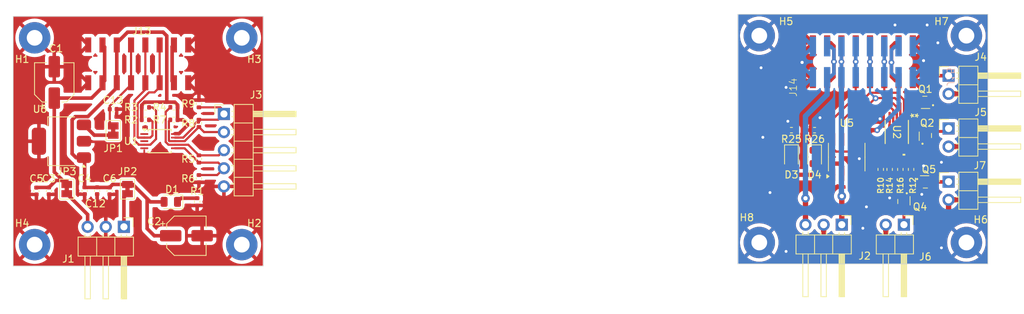
<source format=kicad_pcb>
(kicad_pcb (version 20240108) (generator "pcbnew") (generator_version "8.0")
  (layers (0 "F.Cu" signal) (31 "B.Cu" signal) (34 "B.Paste" user) (35 "F.Paste" user) (36 "B.SilkS" user "B.Silkscreen") (37 "F.SilkS" user "F.Silkscreen") (38 "B.Mask" user) (39 "F.Mask" user) (44 "Edge.Cuts" user))
  (net 0 "")
  (net 1 "GND")
  (net 2 "SDA")
  (net 3 "SCL")
  (net 4 "Net-(J1-Pin_1)")
  (net 5 "Net-(J1-Pin_3)")
  (net 6 "IO3")
  (net 7 "Net-(D1-K)")
  (net 8 "DSDAM")
  (net 9 "DSCLP")
  (net 10 "DSCLM")
  (net 11 "DSDAP")
  (net 12 "Net-(JP1-A)")
  (net 14 "Net-(D3-K)")
  (net 15 "IO0")
  (net 16 "IO1")
  (net 17 "Net-(D4-K)")
  (net 18 "Fan_Versorgung")
  (net 19 "Net-(J5-Pin_1)")
  (net 20 "Net-(J6-Pin_1)")
  (net 21 "Net-(J7-Pin_1)")
  (net 22 "FAN_0_PWM")
  (net 23 "FAN_1_PWM")
  (net 24 "IO2")
  (net 25 "Net-(U2-TACH1)")
  (net 26 "Net-(U2-*ALERT)")
  (net 27 "Net-(U2-TACH2)")
  (net 28 "Net-(U2-CLK)")
  (net 29 "Net-(J4-Pin_1)")
  (net 30 "+12V")
  (net 31 "+5V")
  (net 32 "+3V3")
  (footprint "MountingHole:MountingHole_2.2mm_M2_Pad_TopBottom" (layer "F.Cu") (at 80.55 132.3)
    (property "Reference" "H2")
    (property "Value" "MountHole")
  )
  (footprint "Resistor_SMD:R_0402_1005Metric" (layer "F.Cu") (at 74.3 126.3 -90)
    (property "Reference" "R1")
    (property "Value" "1k")
  )
  (footprint "Resistor_SMD:R_0402_1005Metric" (layer "F.Cu") (at 74.55 120.29 -90)
    (property "Reference" "R5")
    (property "Value" "120")
  )
  (footprint "Resistor_SMD:R_0402_1005Metric" (layer "F.Cu") (at 74.55 115.29 90)
    (property "Reference" "R8")
    (property "Value" "120")
  )
  (footprint "Package_SO:SOIC-8_3.9x4.9mm_P1.27mm" (layer "F.Cu") (at 165.235 120.025 90)
    (property "Reference" "U5")
    (property "Value" "PCA9536D")
  )
  (footprint "Package_SO:TSSOP-10_3x3mm_P0.5mm" (layer "F.Cu") (at 69.05 117.79)
    (property "Reference" "U1")
    (property "Value" "PCA9615DP")
  )
  (footprint "Capacitor_SMD:CP_Elec_5x3" (layer "F.Cu") (at 72.8 131.05)
    (property "Reference" "C2")
    (property "Value" "0.1µF")
  )
  (footprint "Connector_PinHeader_2.54mm:PinHeader_1x02_P2.54mm_Horizontal" (layer "F.Cu") (at 173.25 129.5 -90)
    (property "Reference" "J6")
    (property "Value" "FAN2")
  )
  (footprint "CustomFotLibByJan:BF100-16-A-D-1-0640-L-C" (layer "F.Cu") (at 59.05 109.6 90)
    (property "Reference" "J13")
    (property "Value" "Steckverbinder_Male_1")
  )
  (footprint "Resistor_SMD:R_0402_1005Metric" (layer "F.Cu") (at 157.5 116.25 180)
    (property "Reference" "R25")
    (property "Value" "330")
  )
  (footprint "Jumper:SolderJumper-2_P1.3mm_Bridged_Pad1.0x1.5mm" (layer "F.Cu") (at 56.05 124.51 90)
    (property "Reference" "JP3")
    (property "Value" "MEASO")
  )
  (footprint "MountingHole:MountingHole_2.2mm_M2_Pad_TopBottom" (layer "F.Cu") (at 51.55 103.3)
    (property "Reference" "H1")
    (property "Value" "MountHole")
  )
  (footprint "LED_SMD:LED_0805_2012Metric" (layer "F.Cu") (at 157.5 120 -90)
    (property "Reference" "D3")
    (property "Value" "YELLOW")
  )
  (footprint "MountingHole:MountingHole_2.2mm_M2_Pad_TopBottom" (layer "F.Cu") (at 153 132)
    (property "Reference" "H8")
    (property "Value" "MountHole")
  )
  (footprint "Resistor_SMD:R_0402_1005Metric" (layer "F.Cu") (at 74.55 112.54 90)
    (property "Reference" "R9")
    (property "Value" "600")
  )
  (footprint "LED_SMD:LED_0805_2012Metric" (layer "F.Cu") (at 70.6125 126.3 180)
    (property "Reference" "D1")
    (property "Value" "GREEN")
  )
  (footprint "Resistor_SMD:R_0402_1005Metric" (layer "F.Cu") (at 172.75 121.75 -90)
    (property "Reference" "R16")
    (property "Value" "4k7")
  )
  (footprint "Package_TO_SOT_SMD:SOT-723" (layer "F.Cu") (at 176.175 112.35 180)
    (property "Reference" "Q1")
    (property "Value" "DTC143E")
  )
  (footprint "CustomFotLibByJan:BF100-16-A-D-1-0640-L-C" (layer "F.Cu") (at 160.5 109.3 90)
    (property "Reference" "J14")
    (property "Value" "Steckverbinder_Male_2")
  )
  (footprint "Package_TO_SOT_SMD:SOT-723" (layer "F.Cu") (at 176.25 123.5)
    (property "Reference" "Q5")
    (property "Value" "DTC143E")
  )
  (footprint "Resistor_SMD:R_0402_1005Metric" (layer "F.Cu") (at 71.05 114.8 180)
    (property "Reference" "R7")
    (property "Value" "600")
  )
  (footprint "LED_SMD:LED_0805_2012Metric" (layer "F.Cu") (at 160.74 120 -90)
    (property "Reference" "D4")
    (property "Value" "YELLOW")
  )
  (footprint "Resistor_SMD:R_0402_1005Metric" (layer "F.Cu") (at 171.25 121.75 -90)
    (property "Reference" "R14")
    (property "Value" "4k7")
  )
  (footprint "Capacitor_SMD:C_0402_1005Metric" (layer "F.Cu") (at 62.05 124.76 -90)
    (property "Reference" "C6")
    (property "Value" "0.1µF")
  )
  (footprint "Package_TO_SOT_SMD:SOT-223-3_TabPin2" (layer "F.Cu") (at 55.3 117.8 180)
    (property "Reference" "U6")
    (property "Value" "AP7361C-33E")
  )
  (footprint "Connector_PinHeader_2.54mm:PinHeader_1x03_P2.54mm_Horizontal" (layer "F.Cu") (at 164.55 129.5 -90)
    (property "Reference" "J2")
    (property "Value" "Fan_12/5V_Regelung")
  )
  (footprint "Capacitor_SMD:C_0402_1005Metric" (layer "F.Cu") (at 60.3 124.74 -90)
    (property "Reference" "C12")
    (property "Value" "4.7µF")
  )
  (footprint "Resistor_SMD:R_0402_1005Metric" (layer "F.Cu") (at 160.74 116.25 180)
    (property "Reference" "R26")
    (property "Value" "330")
  )
  (footprint "Connector_PinHeader_2.54mm:PinHeader_1x03_P2.54mm_Horizontal" (layer "F.Cu") (at 64.05 129.8 -90)
    (property "Reference" "J1")
    (property "Value" "Power")
  )
  (footprint "MountingHole:MountingHole_2.2mm_M2_Pad_TopBottom" (layer "F.Cu") (at 182 132)
    (property "Reference" "H6")
    (property "Value" "MountHole")
  )
  (footprint "Resistor_SMD:R_0402_1005Metric" (layer "F.Cu") (at 174.25 121.75 -90)
    (property "Reference" "R12")
    (property "Value" "10k")
  )
  (footprint "Jumper:SolderJumper-2_P1.3mm_Bridged_Pad1.0x1.5mm" (layer "F.Cu") (at 62.55 116.3 90)
    (property "Reference" "JP1")
    (property "Value" "MEASO")
  )
  (footprint "Connector_PinHeader_2.54mm:PinHeader_1x02_P2.54mm_Horizontal" (layer "F.Cu") (at 179.5 123.475)
    (property "Reference" "J7")
    (property "Value" "FAN4")
  )
  (footprint "Resistor_SMD:R_0402_1005Metric" (layer "F.Cu") (at 67.05 114.8)
    (property "Reference" "R2")
    (property "Value" "4k7")
  )
  (footprint "CustomFotLibByJan:MSOP10_MC_MCH" (layer "F.Cu") (at 172.25 116.5 -90)
    (property "Reference" "U2")
    (property "Value" "EMC2302-2-AIZL-TR")
  )
  (footprint "Connector_PinHeader_2.54mm:PinHeader_1x05_P2.54mm_Horizontal" (layer "F.Cu") (at 78.05 113.975)
    (property "Reference" "J3")
    (property "Value" "DATA")
  )
  (footprint "Capacitor_SMD:C_0402_1005Metric" (layer "F.Cu") (at 53.55 124.76 -90)
    (property "Reference" "C3")
    (property "Value" "0.22µF")
  )
  (footprint "MountingHole:MountingHole_2.2mm_M2_Pad_TopBottom" (layer "F.Cu") (at 51.55 132.3)
    (property "Reference" "H4")
    (property "Value" "MountHole")
  )
  (footprint "Connector_PinHeader_2.54mm:PinHeader_1x02_P2.54mm_Horizontal" (layer "F.Cu") (at 179.5 108.61)
    (property "Reference" "J4")
    (property "Value" "FAN0")
  )
  (footprint "MountingHole:MountingHole_2.2mm_M2_Pad_TopBottom" (layer "F.Cu") (at 182 103)
    (property "Reference" "H7")
    (property "Value" "MountHole")
  )
  (footprint "Resistor_SMD:R_0402_1005Metric" (layer "F.Cu") (at 74.55 123.05 -90)
    (property "Reference" "R6")
    (property "Value" "600")
  )
  (footprint "Capacitor_SMD:C_0402_1005Metric" (layer "F.Cu") (at 51.8 124.78 -90)
    (property "Reference" "C5")
    (property "Value" "0.1µF")
  )
  (footprint "Resistor_SMD:R_0402_1005Metric" (layer "F.Cu") (at 71.06 113.04 180)
    (property "Reference" "R4")
    (property "Value" "600")
  )
  (footprint "Package_TO_SOT_SMD:SOT-723" (layer "F.Cu") (at 173.25 126.25 -90)
    (property "Reference" "Q4")
    (property "Value" "DTC143E")
  )
  (footprint "MountingHole:MountingHole_2.2mm_M2_Pad_TopBottom" (layer "F.Cu") (at 80.55 103.3)
    (property "Reference" "H3")
    (property "Value" "MountHole")
  )
  (footprint "Resistor_SMD:R_0402_1005Metric" (layer "F.Cu") (at 67.06 113.05)
    (property "Reference" "R3")
    (property "Value" "4k7")
  )
  (footprint "Jumper:SolderJumper-2_P1.3mm_Bridged_Pad1.0x1.5mm" (layer "F.Cu") (at 64.55 124.51 90)
    (property "Reference" "JP2")
    (property "Value" "MEASO")
  )
  (footprint "Resistor_SMD:R_0402_1005Metric" (layer "F.Cu") (at 170 121.75 -90)
    (property "Reference" "R10")
    (property "Value" "4k7")
  )
  (footprint "MountingHole:MountingHole_2.2mm_M2_Pad_TopBottom" (layer "F.Cu") (at 153 103)
    (property "Reference" "H5")
    (property "Value" "MountHole")
  )
  (footprint "Capacitor_SMD:C_0402_1005Metric" (layer "F.Cu") (at 62.55 113.3)
    (property "Reference" "C13")
    (property "Value" "4.7µF")
  )
  (footprint "Package_TO_SOT_SMD:SOT-723" (layer "F.Cu") (at 176.25 117 90)
    (property "Reference" "Q2")
    (property "Value" "DTC143E")
  )
  (footprint "Capacitor_SMD:C_0402_1005Metric" (layer "F.Cu") (at 58.55 124.74 -90)
    (property "Reference" "C4")
    (property "Value" "0.22µF")
  )
  (footprint "Connector_PinHeader_2.54mm:PinHeader_1x02_P2.54mm_Horizontal" (layer "F.Cu") (at 179.5 116.01)
    (property "Reference" "J5")
    (property "Value" "FAN1")
  )
  (footprint "Capacitor_SMD:CP_Elec_5x3" (layer "F.Cu") (at 54.3 109.55 90)
    (property "Reference" "C1")
    (property "Value" "0.1µF")
  )
  (footprint "CustomFotLibByJan:BF030-16A-B1-0360-0277-0600-LB" (layer "B.Cu") (at 174.5 108.775 90)
    (property "Reference" "J15")
    (property "Value" "Steckverbinder_Female_2")
  )
  (gr_rect (start 150 100) (end 185 135) (stroke (width 0.1)) (fill none) (layer "Edge.Cuts"))
  (gr_rect (start 48.55 100.3) (end 83.55 135.3) (stroke (width 0.1)) (fill none) (layer "Edge.Cuts"))
  (segment (start 171.325 125.675) (end 171.25 125.75) (width 0.4) (layer "F.Cu") (net 1))
  (segment (start 160.5 109.3) (end 159.55 109.3) (width 0.5) (layer "F.Cu") (net 1))
  (segment (start 159.55 109.3) (end 159 108.75) (width 0.5) (layer "F.Cu") (net 1))
  (segment (start 175.675 125.175) (end 175.75 125.25) (width 0.4) (layer "F.Cu") (net 1))
  (segment (start 170 122.26) (end 171.25 122.26) (width 0.6) (layer "F.Cu") (net 1))
  (segment (start 161.5 114.5) (end 160.23 115.77) (width 0.6) (layer "F.Cu") (net 1))
  (segment (start 176.65 117.575) (end 176.65 120.6) (width 0.6) (layer "F.Cu") (net 1))
  (segment (start 176.65 120.6) (end 176 121.25) (width 0.6) (layer "F.Cu") (net 1))
  (segment (start 170.5 113) (end 171.321799 113) (width 0.3) (layer "F.Cu") (net 1))
  (segment (start 175.675 123.9) (end 175.675 125.175) (width 0.4) (layer "F.Cu") (net 1))
  (segment (start 157 115) (end 156.99 115.01) (width 0.6) (layer "F.Cu") (net 1))
  (segment (start 175.7 109.3) (end 176 109) (width 0.5) (layer "F.Cu") (net 1))
  (segment (start 176 104.5) (end 175.5 104) (width 0.5) (layer "F.Cu") (net 1))
  (segment (start 175.5 104) (end 174.5 104) (width 0.5) (layer "F.Cu") (net 1))
  (segment (start 169.898959 113.601041) (end 170.5 113) (width 0.3) (layer "F.Cu") (net 1))
  (segment (start 174.99 122.26) (end 176 121.25) (width 0.6) (layer "F.Cu") (net 1))
  (segment (start 160.23 115.77) (end 160.23 116.25) (width 0.6) (layer "F.Cu") (net 1))
  (segment (start 167.14 120.39) (end 167 120.25) (width 0.5) (layer "F.Cu") (net 1))
  (segment (start 172.85 125.675) (end 171.325 125.675) (width 0.4) (layer "F.Cu") (net 1))
  (segment (start 169.898959 114.648959) (end 169.898959 113.601041) (width 0.3) (layer "F.Cu") (net 1))
  (segment (start 175.45 109.3) (end 175.7 109.3) (width 0.5) (layer "F.Cu") (net 1))
  (segment (start 176 106.5) (end 176 104.5) (width 0.5) (layer "F.Cu") (net 1))
  (segment (start 171.25 122.26) (end 172.75 122.26) (width 0.6) (layer "F.Cu") (net 1))
  (segment (start 159 108.75) (end 159 106.75) (width 0.5) (layer "F.Cu") (net 1))
  (segment (start 174.25 122.26) (end 174.99 122.26) (width 0.6) (layer "F.Cu") (net 1))
  (segment (start 167.14 122.5) (end 167.14 120.39) (width 0.5) (layer "F.Cu") (net 1))
  (segment (start 159 104.5) (end 159.5 104) (width 0.5) (layer "F.Cu") (net 1))
  (segment (start 175.6 109.45) (end 175.45 109.3) (width 0.5) (layer "F.Cu") (net 1))
  (segment (start 171.750001 113.428202) (end 171.750001 114.4553) (width 0.3) (layer "F.Cu") (net 1))
  (segment (start 159.5 104) (end 160.5 104) (width 0.5) (layer "F.Cu") (net 1))
  (segment (start 176 109) (end 176 106.5) (width 0.5) (layer "F.Cu") (net 1))
  (segment (start 172.75 122.26) (end 174.25 122.26) (width 0.6) (layer "F.Cu") (net 1))
  (segment (start 171.321799 113) (end 171.750001 113.428202) (width 0.3) (layer "F.Cu") (net 1))
  (segment (start 174.5 109.3) (end 175.45 109.3) (width 0.5) (layer "F.Cu") (net 1))
  (segment (start 159 106.75) (end 159 104.5) (width 0.5) (layer "F.Cu") (net 1))
  (segment (start 156.99 115.01) (end 156.99 116.25) (width 0.6) (layer "F.Cu") (net 1))
  (segment (start 175.6 112.35) (end 175.6 109.45) (width 0.5) (layer "F.Cu") (net 1))
  (via (at 169.898959 114.648959) (size 0.8) (drill 0.4) (layers "F.Cu" "B.Cu") (net 1))
  (via (at 171.25 125.75) (size 0.8) (drill 0.4) (layers "F.Cu" "B.Cu") (net 1))
  (via (at 172 101.5) (size 0.8) (drill 0.4) (layers "F.Cu" "B.Cu") (net 1))
  (via (at 167.5 130) (size 0.8) (drill 0.4) (layers "F.Cu" "B.Cu") (net 1))
  (via (at 154.5 125) (size 0.8) (drill 0.4) (layers "F.Cu" "B.Cu") (net 1))
  (via (at 156.75 110.25) (size 0.8) (drill 0.4) (layers "F.Cu" "B.Cu") (net 1))
  (via (at 159 106.75) (size 0.8) (drill 0.4) (layers "F.Cu" "B.Cu") (net 1))
  (via (at 176 106.5) (size 0.8) (drill 0.4) (layers "F.Cu" "B.Cu") (net 1))
  (via (at 159 106.75) (size 0.8) (drill 0.4) (layers "F.Cu" "B.Cu") (net 1))
  (via (at 167 120.25) (size 0.8) (drill 0.4) (layers "F.Cu" "B.Cu") (net 1))
  (via (at 168 127) (size 0.8) (drill 0.4) (layers "F.Cu" "B.Cu") (net 1))
  (via (at 153.25 107.5) (size 0.8) (drill 0.4) (layers "F.Cu" "B.Cu") (net 1))
  (via (at 159 106.75) (size 0.8) (drill 0.4) (layers "F.Cu" "B.Cu") (net 1))
  (via (at 159 106.75) (size 0.8) (drill 0.4) (layers "F.Cu" "B.Cu") (net 1))
  (via (at 157 115) (size 0.8) (drill 0.4) (layers "F.Cu" "B.Cu") (net 1))
  (via (at 159 106.75) (size 0.8) (drill 0.4) (layers "F.Cu" "B.Cu") (net 1))
  (via (at 175.75 125.25) (size 0.8) (drill 0.4) (layers "F.Cu" "B.Cu") (net 1))
  (via (at 178.5 120.75) (size 0.8) (drill 0.4) (layers "F.Cu" "B.Cu") (net 1))
  (via (at 178.5 132.75) (size 0.8) (drill 0.4) (layers "F.Cu" "B.Cu") (net 1))
  (via (at 178 104) (size 0.8) (drill 0.4) (layers "F.Cu" "B.Cu") (net 1))
  (via (at 176 121.25) (size 0.8) (drill 0.4) (layers "F.Cu" "B.Cu") (net 1))
  (via (at 153.5 117.25) (size 0.8) (drill 0.4) (layers "F.Cu" "B.Cu") (net 1))
  (via (at 176 106.5) (size 0.8) (drill 0.4) (layers "F.Cu" "B.Cu") (net 1))
  (via (at 176.5 101.5) (size 0.8) (drill 0.4) (layers "F.Cu" "B.Cu") (net 1))
  (via (at 156.75 133.25) (size 0.8) (drill 0.4) (layers "F.Cu" "B.Cu") (net 1))
  (via (at 161.5 114.5) (size 0.8) (drill 0.4) (layers "F.Cu" "B.Cu") (net 1))
  (segment (start 68.05 115.05) (end 67.8 114.8) (width 0.3) (layer "F.Cu") (net 2))
  (segment (start 65.97 117.21) (end 65.97 112.53) (width 0.3) (layer "F.Cu") (net 2))
  (segment (start 170.5 106.65) (end 170.5 104) (width 0.5) (layer "F.Cu") (net 2))
  (segment (start 173.250001 112.000001) (end 172.25 111) (width 0.3) (layer "F.Cu") (net 2))
  (segment (start 170.5 110.75) (end 170.5 109.3) (width 0.3) (layer "F.Cu") (net 2))
  (segment (start 164.6 114.9) (end 164.6 117.55) (width 0.3) (layer "F.Cu") (net 2))
  (segment (start 66.9 117.29) (end 66.05 117.29) (width 0.3) (layer "F.Cu") (net 2))
  (segment (start 168.5 111) (end 164.6 114.9) (width 0.3) (layer "F.Cu") (net 2))
  (segment (start 65.97 112.53) (end 67.55 110.95) (width 0.3) (layer "F.Cu") (net 2))
  (segment (start 68.325 110.95) (end 69.05 110.225) (width 0.3) (layer "F.Cu") (net 2))
  (segment (start 66.05 117.29) (end 65.97 117.21) (width 0.3) (layer "F.Cu") (net 2))
  (segment (start 170.5 106.65) (end 170.5 109.3) (width 0.5) (layer "F.Cu") (net 2))
  (segment (start 170.25 111) (end 168.5 111) (width 0.3) (layer "F.Cu") (net 2))
  (segment (start 67.8 114.8) (end 67.56 114.8) (width 0.3) (layer "F.Cu") (net 2))
  (segment (start 173.250001 114.4553) (end 173.250001 112.000001) (width 0.3) (layer "F.Cu") (net 2))
  (segment (start 172.25 111) (end 170.75 111) (width 0.3) (layer "F.Cu") (net 2))
  (segment (start 66.9 117.29) (end 67.75 117.29) (width 0.3) (layer "F.Cu") (net 2))
  (segment (start 67.55 110.95) (end 68.325 110.95) (width 0.3) (layer "F.Cu") (net 2))
  (segment (start 170.75 111) (end 170.5 110.75) (width 0.3) (layer "F.Cu") (net 2))
  (segment (start 67.75 117.29) (end 68.05 116.99) (width 0.3) (layer "F.Cu") (net 2))
  (segment (start 69.05 109.6) (end 69.05 104.3) (width 0.3) (layer "F.Cu") (net 2))
  (segment (start 170.5 110.75) (end 170.25 111) (width 0.3) (layer "F.Cu") (net 2))
  (segment (start 69.05 110.225) (end 69.05 109.6) (width 0.3) (layer "F.Cu") (net 2))
  (segment (start 68.05 116.99) (end 68.05 115.05) (width 0.3) (layer "F.Cu") (net 2))
  (via (at 170.5 106.65) (size 0.8) (drill 0.4) (layers "F.Cu" "B.Cu") (net 2))
  (segment (start 170.5 104.525) (end 170.5 106.65) (width 0.5) (layer "B.Cu") (net 2))
  (segment (start 170.5 108.775) (end 170.5 106.65) (width 0.5) (layer "B.Cu") (net 2))
  (segment (start 67.05 109.6) (end 67.05 104.3) (width 0.3) (layer "F.Cu") (net 3))
  (segment (start 172.749999 114.4553) (end 172.749999 112.499999) (width 0.3) (layer "F.Cu") (net 3))
  (segment (start 66.125 118.29) (end 65.52 117.685) (width 0.3) (layer "F.Cu") (net 3))
  (segment (start 65.52 117.685) (end 65.52 112.08) (width 0.3) (layer "F.Cu") (net 3))
  (segment (start 68.55 113.55) (end 68.05 113.05) (width 0.3) (layer "F.Cu") (net 3))
  (segment (start 66.9 118.29) (end 66.125 118.29) (width 0.3) (layer "F.Cu") (net 3))
  (segment (start 168.5 106.65) (end 168.5 104) (width 0.5) (layer "F.Cu") (net 3))
  (segment (start 169.25 111.75) (end 165.87 115.13) (width 0.3) (layer "F.Cu") (net 3))
  (segment (start 65.52 112.08) (end 67.05 110.55) (width 0.3) (layer "F.Cu") (net 3))
  (segment (start 67.75 118.29) (end 68.55 117.49) (width 0.3) (layer "F.Cu") (net 3))
  (segment (start 66.9 118.29) (end 67.75 118.29) (width 0.3) (layer "F.Cu") (net 3))
  (segment (start 68.55 117.49) (end 68.55 113.55) (width 0.3) (layer "F.Cu") (net 3))
  (segment (start 172.749999 112.499999) (end 172 111.75) (width 0.3) (layer "F.Cu") (net 3))
  (segment (start 168.5 106.65) (end 168.5 109.3) (width 0.5) (layer "F.Cu") (net 3))
  (segment (start 68.05 113.05) (end 67.57 113.05) (width 0.3) (layer "F.Cu") (net 3))
  (segment (start 165.87 115.13) (end 165.87 117.55) (width 0.3) (layer "F.Cu") (net 3))
  (segment (start 172 111.75) (end 169.25 111.75) (width 0.3) (layer "F.Cu") (net 3))
  (segment (start 67.05 110.55) (end 67.05 109.6) (width 0.3) (layer "F.Cu") (net 3))
  (via (at 169.280331 111.780331) (size 0.8) (drill 0.4) (layers "F.Cu" "B.Cu") (net 3))
  (via (at 168.5 106.65) (size 0.8) (drill 0.4) (layers "F.Cu" "B.Cu") (net 3))
  (segment (start 168.5 106.65) (end 168.5 104.525) (width 0.5) (layer "B.Cu") (net 3))
  (segment (start 168.5 108.775) (end 168.5 111) (width 0.3) (layer "B.Cu") (net 3))
  (segment (start 168.5 111) (end 169.280331 111.780331) (width 0.3) (layer "B.Cu") (net 3))
  (segment (start 168.5 108.775) (end 168.5 106.65) (width 0.5) (layer "B.Cu") (net 3))
  (segment (start 64.05 129.8) (end 64.05 125.66) (width 0.5) (layer "F.Cu") (net 4))
  (segment (start 64.05 125.66) (end 64.55 125.16) (width 0.5) (layer "F.Cu") (net 4))
  (segment (start 58.97 128.08) (end 56.05 125.16) (width 0.5) (layer "F.Cu") (net 5))
  (segment (start 58.97 129.8) (end 58.97 128.08) (width 0.5) (layer "F.Cu") (net 5))
  (segment (start 168.73995 116.25) (end 169.5 116.25) (width 0.6) (layer "F.Cu") (net 6))
  (segment (start 168.05 117.55) (end 168.05 116.93995) (width 0.6) (layer "F.Cu") (net 6))
  (segment (start 70.8 109.35) (end 70.8 104.55) (width 0.5) (layer "F.Cu") (net 6))
  (segment (start 171.5 108.75) (end 172.05 109.3) (width 0.5) (layer "F.Cu") (net 6))
  (segment (start 172 104) (end 172.5 104) (width 0.5) (layer "F.Cu") (net 6))
  (segment (start 175.675 123.1) (end 174.9 123.1) (width 0.6) (layer "F.Cu") (net 6))
  (segment (start 168.05 117.55) (end 167.14 117.55) (width 0.6) (layer "F.Cu") (net 6))
  (segment (start 169.25 123.5) (end 168.75 123) (width 0.6) (layer "F.Cu") (net 6))
  (segment (start 172.05 109.3) (end 172.5 109.3) (width 0.5) (layer "F.Cu") (net 6))
  (segment (start 171.5 106.75) (end 171.5 108.75) (width 0.5) (layer "F.Cu") (net 6))
  (segment (start 171.5 106.75) (end 171.5 104.5) (width 0.5) (layer "F.Cu") (net 6))
  (segment (start 174.5 123.5) (end 169.25 123.5) (width 0.6) (layer "F.Cu") (net 6))
  (segment (start 168.75 123) (end 168.75 118.25) (width 0.6) (layer "F.Cu") (net 6))
  (segment (start 168.05 116.93995) (end 168.73995 116.25) (width 0.6) (layer "F.Cu") (net 6))
  (segment (start 70.8 104.55) (end 71.05 104.3) (width 0.5) (layer "F.Cu") (net 6))
  (segment (start 168.75 118.25) (end 168.05 117.55) (width 0.6) (layer "F.Cu") (net 6))
  (segment (start 174.9 123.1) (end 174.5 123.5) (width 0.6) (layer "F.Cu") (net 6))
  (segment (start 71.05 109.6) (end 70.8 109.35) (width 0.5) (layer "F.Cu") (net 6))
  (segment (start 171.5 104.5) (end 172 104) (width 0.5) (layer "F.Cu") (net 6))
  (via (at 171.5 106.75) (size 0.8) (drill 0.4) (layers "F.Cu" "B.Cu") (net 6))
  (via (at 169.5 116.25) (size 0.8) (drill 0.4) (layers "F.Cu" "B.Cu") (net 6))
  (segment (start 171.5 105) (end 171.975 104.525) (width 0.5) (layer "B.Cu") (net 6))
  (segment (start 171.5 106.75) (end 171.5 105) (width 0.5) (layer "B.Cu") (net 6))
  (segment (start 172.025 108.775) (end 172.5 108.775) (width 0.5) (layer "B.Cu") (net 6))
  (segment (start 171.5 108.25) (end 172.025 108.775) (width 0.5) (layer "B.Cu") (net 6))
  (segment (start 169.5 116.25) (end 172.5 113.25) (width 0.6) (layer "B.Cu") (net 6))
  (segment (start 172.5 113.25) (end 172.5 108.775) (width 0.6) (layer "B.Cu") (net 6))
  (segment (start 171.975 104.525) (end 172.5 104.525) (width 0.5) (layer "B.Cu") (net 6))
  (segment (start 171.5 106.75) (end 171.5 108.25) (width 0.5) (layer "B.Cu") (net 6))
  (segment (start 72.06 125.79) (end 74.3 125.79) (width 0.5) (layer "F.Cu") (net 7))
  (segment (start 71.55 126.3) (end 72.06 125.79) (width 0.5) (layer "F.Cu") (net 7))
  (segment (start 72.352894 117.29) (end 73.88 115.762894) (width 0.3) (layer "F.Cu") (net 8))
  (segment (start 74.55 115.18) (end 74.55 114.78) (width 0.3) (layer "F.Cu") (net 8))
  (segment (start 78.05 113.975) (end 78.05 113.55) (width 0.3) (layer "F.Cu") (net 8))
  (segment (start 78.05 113.55) (end 77.55 113.05) (width 0.3) (layer "F.Cu") (net 8))
  (segment (start 73.88 115.460366) (end 74.160366 115.18) (width 0.3) (layer "F.Cu") (net 8))
  (segment (start 77.245 114.78) (end 78.05 113.975) (width 0.3) (layer "F.Cu") (net 8))
  (segment (start 71.2 117.29) (end 72.352894 117.29) (width 0.3) (layer "F.Cu") (net 8))
  (segment (start 74.55 114.78) (end 77.245 114.78) (width 0.3) (layer "F.Cu") (net 8))
  (segment (start 77.55 113.05) (end 74.55 113.05) (width 0.3) (layer "F.Cu") (net 8))
  (segment (start 73.88 115.762894) (end 73.88 115.460366) (width 0.3) (layer "F.Cu") (net 8))
  (segment (start 74.160366 115.18) (end 74.55 115.18) (width 0.3) (layer "F.Cu") (net 8))
  (segment (start 71.2 118.29) (end 70.288604 118.29) (width 0.3) (layer "F.Cu") (net 9))
  (segment (start 74.55 119.78) (end 77.325 119.78) (width 0.3) (layer "F.Cu") (net 9))
  (segment (start 77.325 119.78) (end 78.05 119.055) (width 0.3) (layer "F.Cu") (net 9))
  (segment (start 71.2 118.29) (end 73.06 118.29) (width 0.3) (layer "F.Cu") (net 9))
  (segment (start 70.288604 118.29) (end 69.9 117.901396) (width 0.3) (layer "F.Cu") (net 9))
  (segment (start 69.9 113.69) (end 70.55 113.04) (width 0.3) (layer "F.Cu") (net 9))
  (segment (start 73.06 118.29) (end 74.55 119.78) (width 0.3) (layer "F.Cu") (net 9))
  (segment (start 69.9 117.901396) (end 69.9 113.69) (width 0.3) (layer "F.Cu") (net 9))
  (segment (start 71.2 118.79) (end 72.54 118.79) (width 0.3) (layer "F.Cu") (net 10))
  (segment (start 74.55 120.8) (end 77.255 120.8) (width 0.3) (layer "F.Cu") (net 10))
  (segment (start 77.105 122.54) (end 78.05 121.595) (width 0.3) (layer "F.Cu") (net 10))
  (segment (start 72.54 118.79) (end 74.55 120.8) (width 0.3) (layer "F.Cu") (net 10))
  (segment (start 77.255 120.8) (end 78.05 121.595) (width 0.3) (layer "F.Cu") (net 10))
  (segment (start 74.55 122.54) (end 77.105 122.54) (width 0.3) (layer "F.Cu") (net 10))
  (segment (start 72.56 117.79) (end 74.55 115.8) (width 0.3) (layer "F.Cu") (net 11))
  (segment (start 71.2 117.79) (end 70.425 117.79) (width 0.3) (layer "F.Cu") (net 11))
  (segment (start 70.35 114.99) (end 70.54 114.8) (width 0.3) (layer "F.Cu") (net 11))
  (segment (start 78.05 116.515) (end 75.265 116.515) (width 0.3) (layer "F.Cu") (net 11))
  (segment (start 70.425 117.79) (end 70.35 117.715) (width 0.3) (layer "F.Cu") (net 11))
  (segment (start 70.35 117.715) (end 70.35 114.99) (width 0.3) (layer "F.Cu") (net 11))
  (segment (start 75.265 116.515) (end 74.55 115.8) (width 0.3) (layer "F.Cu") (net 11))
  (segment (start 71.2 117.79) (end 72.56 117.79) (width 0.3) (layer "F.Cu") (net 11))
  (segment (start 59.9 116.95) (end 62.55 116.95) (width 0.5) (layer "F.Cu") (net 12))
  (segment (start 58.45 115.5) (end 59.9 116.95) (width 0.5) (layer "F.Cu") (net 12))
  (segment (start 157.5 117.75) (end 158.01 117.24) (width 0.4) (layer "F.Cu") (net 14))
  (segment (start 157.5 119.0625) (end 157.5 117.75) (width 0.4) (layer "F.Cu") (net 14))
  (segment (start 158.01 117.24) (end 158.01 116.25) (width 0.4) (layer "F.Cu") (net 14))
  (segment (start 157.5 122) (end 158 122.5) (width 0.6) (layer "F.Cu") (net 15))
  (segment (start 158 122.5) (end 163.33 122.5) (width 0.6) (layer "F.Cu") (net 15))
  (segment (start 157.5 120.9375) (end 157.5 122) (width 0.6) (layer "F.Cu") (net 15))
  (segment (start 164.1875 120.9375) (end 164.6 121.35) (width 0.6) (layer "F.Cu") (net 16))
  (segment (start 164.6 121.35) (end 164.6 122.5) (width 0.6) (layer "F.Cu") (net 16))
  (segment (start 160.74 120.9375) (end 164.1875 120.9375) (width 0.6) (layer "F.Cu") (net 16))
  (segment (start 161.25 117.25) (end 161.25 116.25) (width 0.4) (layer "F.Cu") (net 17))
  (segment (start 160.74 119.0625) (end 160.74 117.76) (width 0.4) (layer "F.Cu") (net 17))
  (segment (start 160.74 117.76) (end 161.25 117.25) (width 0.4) (layer "F.Cu") (net 17))
  (segment (start 162.01 132.51) (end 162.25 132.75) (width 0.75) (layer "F.Cu") (net 18))
  (segment (start 182.1 118.95) (end 181.7 118.55) (width 0.75) (layer "F.Cu") (net 18))
  (segment (start 170.71 129.5) (end 170.71 132.71) (width 0.75) (layer "F.Cu") (net 18))
  (segment (start 170.71 132.71) (end 170.75 132.75) (width 0.75) (layer "F.Cu") (net 18))
  (segment (start 162.01 129.5) (end 162.01 132.51) (width 0.75) (layer "F.Cu") (net 18))
  (segment (start 182.1 125.55) (end 182.1 118.95) (width 0.75) (layer "F.Cu") (net 18))
  (segment (start 182.1 111.45) (end 182.1 118.95) (width 0.75) (layer "F.Cu") (net 18))
  (segment (start 181.8 111.15) (end 182.1 111.45) (width 0.75) (layer "F.Cu") (net 18))
  (segment (start 181.7 118.55) (end 179.5 118.55) (width 0.75) (layer "F.Cu") (net 18))
  (segment (start 162.25 132.75) (end 170.75 132.75) (width 0.75) (layer "F.Cu") (net 18))
  (segment (start 174.75 132.75) (end 179.5 128) (width 0.75) (layer "F.Cu") (net 18))
  (segment (start 170.75 132.75) (end 174.75 132.75) (width 0.75) (layer "F.Cu") (net 18))
  (segment (start 179.5 126.015) (end 181.635 126.015) (width 0.75) (layer "F.Cu") (net 18))
  (segment (start 181.635 126.015) (end 182.1 125.55) (width 0.75) (layer "F.Cu") (net 18))
  (segment (start 179.5 128) (end 179.5 126.015) (width 0.75) (layer "F.Cu") (net 18))
  (segment (start 179.5 111.15) (end 181.8 111.15) (width 0.75) (layer "F.Cu") (net 18))
  (segment (start 176.25 116.425) (end 179.085 116.425) (width 0.4) (layer "F.Cu") (net 19))
  (segment (start 179.085 116.425) (end 179.5 116.01) (width 0.4) (layer "F.Cu") (net 19))
  (segment (start 173.25 126.825) (end 173.25 129.5) (width 0.4) (layer "F.Cu") (net 20))
  (segment (start 179.475 123.5) (end 179.5 123.475) (width 0.5) (layer "F.Cu") (net 21))
  (segment (start 176.825 123.5) (end 179.475 123.5) (width 0.5) (layer "F.Cu") (net 21))
  (segment (start 171.249999 115.75865) (end 171.741349 116.25) (width 0.4) (layer "F.Cu") (net 22))
  (segment (start 171.249999 115.5173) (end 171.249999 115.75865) (width 0.4) (layer "F.Cu") (net 22))
  (segment (start 174.75 116.25) (end 176.75 114.25) (width 0.4) (layer "F.Cu") (net 22))
  (segment (start 171.249999 114.4553) (end 171.249999 115.5173) (width 0.3) (layer "F.Cu") (net 22))
  (segment (start 171.741349 116.25) (end 174.75 116.25) (width 0.4) (layer "F.Cu") (net 22))
  (segment (start 176.75 114.25) (end 176.75 112.75) (width 0.4) (layer "F.Cu") (net 22))
  (segment (start 171.750001 118.5447) (end 171.750001 117.4827) (width 0.3) (layer "F.Cu") (net 23))
  (segment (start 175.075 117.575) (end 175.85 117.575) (width 0.4) (layer "F.Cu") (net 23))
  (segment (start 171.982701 117.25) (end 174.75 117.25) (width 0.4) (layer "F.Cu") (net 23))
  (segment (start 174.75 117.25) (end 175.075 117.575) (width 0.4) (layer "F.Cu") (net 23))
  (segment (start 171.750001 117.4827) (end 171.982701 117.25) (width 0.4) (layer "F.Cu") (net 23))
  (segment (start 173.25 124.5) (end 173.65 124.9) (width 0.6) (layer "F.Cu") (net 24))
  (segment (start 165.87 124.12) (end 166.25 124.5) (width 0.6) (layer "F.Cu") (net 24))
  (segment (start 173.65 124.9) (end 173.65 125.675) (width 0.6) (layer "F.Cu") (net 24))
  (segment (start 166.25 124.5) (end 173.25 124.5) (width 0.6) (layer "F.Cu") (net 24))
  (segment (start 165.87 122.5) (end 165.87 124.12) (width 0.6) (layer "F.Cu") (net 24))
  (segment (start 171.25 120) (end 171.249999 119.999999) (width 0.3) (layer "F.Cu") (net 25))
  (segment (start 170 121.24) (end 171.24 120) (width 0.3) (layer "F.Cu") (net 25))
  (segment (start 171.249999 119.999999) (end 171.249999 118.5447) (width 0.3) (layer "F.Cu") (net 25))
  (segment (start 171.24 120) (end 171.25 120) (width 0.3) (layer "F.Cu") (net 25))
  (segment (start 173.250001 120.240001) (end 174.25 121.24) (width 0.3) (layer "F.Cu") (net 26))
  (segment (start 173.250001 118.5447) (end 173.250001 120.240001) (width 0.3) (layer "F.Cu") (net 26))
  (segment (start 171.25 121.24) (end 172.25 120.24) (width 0.3) (layer "F.Cu") (net 27))
  (segment (start 172.25 120.24) (end 172.25 118.5447) (width 0.3) (layer "F.Cu") (net 27))
  (segment (start 172.75 118.544701) (end 172.749999 118.5447) (width 0.3) (layer "F.Cu") (net 28))
  (segment (start 172.75 121.24) (end 172.75 118.544701) (width 0.3) (layer "F.Cu") (net 28))
  (segment (start 176.75 109.4) (end 177.54 108.61) (width 0.5) (layer "F.Cu") (net 29))
  (segment (start 176.75 111.95) (end 176.75 109.4) (width 0.5) (layer "F.Cu") (net 29))
  (segment (start 177.54 108.61) (end 179.5 108.61) (width 0.5) (layer "F.Cu") (net 29))
  (segment (start 61.35 109.3) (end 61.35 104.6) (width 0.5) (layer "F.Cu") (net 30))
  (segment (start 163.449997 106.65) (end 163.449997 104.449997) (width 0.5) (layer "F.Cu") (net 30))
  (segment (start 53.55 124.28) (end 51.82 124.28) (width 0.5) (layer "F.Cu") (net 30))
  (segment (start 163.449997 108.800003) (end 163.449997 106.65) (width 0.5) (layer "F.Cu") (net 30))
  (segment (start 54.53 123.3) (end 53.55 124.28) (width 0.5) (layer "F.Cu") (net 30))
  (segment (start 162.95 109.3) (end 163.449997 108.800003) (width 0.5) (layer "F.Cu") (net 30))
  (segment (start 61.35 104.6) (end 61.05 104.3) (width 0.5) (layer "F.Cu") (net 30))
  (segment (start 56.05 123.3) (end 54.53 123.3) (width 0.5) (layer "F.Cu") (net 30))
  (segment (start 163 104) (end 162.5 104) (width 0.5) (layer "F.Cu") (net 30))
  (segment (start 54.3 111.75) (end 54.3 122.11) (width 0.5) (layer "F.Cu") (net 30))
  (segment (start 61.05 110.225) (end 61.05 109.6) (width 0.5) (layer "F.Cu") (net 30))
  (segment (start 59.525 111.75) (end 61.05 110.225) (width 0.5) (layer "F.Cu") (net 30))
  (segment (start 54.3 111.75) (end 59.525 111.75) (width 0.5) (layer "F.Cu") (net 30))
  (segment (start 163.449997 104.449997) (end 163 104) (width 0.5) (layer "F.Cu") (net 30))
  (segment (start 51.82 124.28) (end 51.8 124.3) (width 0.5) (layer "F.Cu") (net 30))
  (segment (start 54.3 122.11) (end 56.05 123.86) (width 0.5) (layer "F.Cu") (net 30))
  (segment (start 56.05 123.86) (end 56.05 123.3) (width 0.5) (layer "F.Cu") (net 30))
  (segment (start 159.47 125.8) (end 159.47 129.5) (width 0.75) (layer "F.Cu") (net 30))
  (segment (start 162.5 109.3) (end 162.95 109.3) (width 0.5) (layer "F.Cu") (net 30))
  (segment (start 61.05 109.6) (end 61.35 109.3) (width 0.5) (layer "F.Cu") (net 30))
  (via (at 159.47 125.8) (size 1.2) (drill 0.6) (layers "F.Cu" "B.Cu") (net 30))
  (via (at 163.449997 106.65) (size 0.8) (drill 0.4) (layers "F.Cu" "B.Cu") (net 30))
  (segment (start 159.47 125.8) (end 159.47 114.28) (width 0.75) (layer "B.Cu") (net 30))
  (segment (start 163.025 104.525) (end 162.5 104.525) (width 0.5) (layer "B.Cu") (net 30))
  (segment (start 163.449997 106.65) (end 163.449997 104.949997) (width 0.5) (layer "B.Cu") (net 30))
  (segment (start 163.449997 104.949997) (end 163.025 104.525) (width 0.5) (layer "B.Cu") (net 30))
  (segment (start 163.449997 106.65) (end 163.449997 108.300003) (width 0.5) (layer "B.Cu") (net 30))
  (segment (start 162.975 108.775) (end 162.5 108.775) (width 0.5) (layer "B.Cu") (net 30))
  (segment (start 163.449997 108.300003) (end 162.975 108.775) (width 0.5) (layer "B.Cu") (net 30))
  (segment (start 162.5 111.25) (end 162.5 108.775) (width 0.75) (layer "B.Cu") (net 30))
  (segment (start 159.47 114.28) (end 162.5 111.25) (width 0.75) (layer "B.Cu") (net 30))
  (segment (start 71.57 113.04) (end 71.57 112.720001) (width 0.5) (layer "F.Cu") (net 31))
  (segment (start 56.8 119.55) (end 56.8 114.8) (width 0.5) (layer "F.Cu") (net 31))
  (segment (start 67.3 125.86) (end 67.3 130.05) (width 0.5) (layer "F.Cu") (net 31))
  (segment (start 73 115.5) (end 71.76 116.74) (width 0.5) (layer "F.Cu") (net 31))
  (segment (start 164.55 125.5) (end 164.55 129.5) (width 0.75) (layer "F.Cu") (net 31))
  (segment (start 56.8 114.8) (end 57.25 114.35) (width 0.5) (layer "F.Cu") (net 31))
  (segment (start 71.169999 112.32) (end 70.05 112.32) (width 0.5) (layer "F.Cu") (net 31))
  (segment (start 71.56 114.8) (end 71.56 113.05) (width 0.5) (layer "F.Cu") (net 31))
  (segment (start 71.76 116.74) (end 71.2 116.74) (width 0.5) (layer "F.Cu") (net 31))
  (segment (start 71.56 113.05) (end 71.57 113.04) (width 0.5) (layer "F.Cu") (net 31))
  (segment (start 63.05 109.6) (end 63.05 104.3) (width 0.5) (layer "F.Cu") (net 31))
  (segment (start 58.55 120.2) (end 58.45 120.1) (width 0.5) (layer "F.Cu") (net 31))
  (segment (start 66.54 114.8) (end 66.54 113.06) (width 0.5) (layer "F.Cu") (net 31))
  (segment (start 67.3 130.05) (end 68.3 131.05) (width 0.5) (layer "F.Cu") (net 31))
  (segment (start 65.3 123.86) (end 67.3 125.86) (width 0.5) (layer "F.Cu") (net 31))
  (segment (start 62.05 124.28) (end 58.57 124.28) (width 0.5) (layer "F.Cu") (net 31))
  (segment (start 164.5 106.65) (end 164.5 109.3) (width 0.5) (layer "F.Cu") (net 31))
  (segment (start 64.55 123.86) (end 62.47 123.86) (width 0.5) (layer "F.Cu") (net 31))
  (segment (start 64.575 102.5) (end 63.05 104.025) (width 0.5) (layer "F.Cu") (net 31))
  (segment (start 64.55 123.86) (end 65.3 123.86) (width 0.5) (layer "F.Cu") (net 31))
  (segment (start 62.05 124.28) (end 60.32 124.28) (width 0.5) (layer "F.Cu") (net 31))
  (segment (start 58.57 124.28) (end 58.55 124.26) (width 0.5) (layer "F.Cu") (net 31))
  (segment (start 70.05 112.32) (end 70.05 103.025) (width 0.5) (layer "F.Cu") (net 31))
  (segment (start 71.56 114.8) (end 72.3 114.8) (width 0.5) (layer "F.Cu") (net 31))
  (segment (start 70.05 103.025) (end 69.525 102.5) (width 0.5) (layer "F.Cu") (net 31))
  (segment (start 58.55 124.26) (end 58.55 120.2) (width 0.5) (layer "F.Cu") (net 31))
  (segment (start 66.960001 112.32) (end 66.55 112.730001) (width 0.5) (layer "F.Cu") (net 31))
  (segment (start 66.54 113.06) (end 66.55 113.05) (width 0.5) (layer "F.Cu") (net 31))
  (segment (start 62.47 123.86) (end 62.05 124.28) (width 0.5) (layer "F.Cu") (net 31))
  (segment (start 66.55 112.730001) (end 66.55 113.05) (width 0.5) (layer "F.Cu") (net 31))
  (segment (start 59 114.35) (end 63.05 110.3) (width 0.5) (layer "F.Cu") (net 31))
  (segment (start 71.57 112.720001) (end 71.169999 112.32) (width 0.5) (layer "F.Cu") (net 31))
  (segment (start 70.05 112.32) (end 66.960001 112.32) (width 0.5) (layer "F.Cu") (net 31))
  (segment (start 72.3 114.8) (end 73 115.5) (width 0.5) (layer "F.Cu") (net 31))
  (segment (start 57.35 120.1) (end 56.8 119.55) (width 0.5) (layer "F.Cu") (net 31))
  (segment (start 58.45 120.1) (end 57.35 120.1) (width 0.5) (layer "F.Cu") (net 31))
  (segment (start 60.32 124.28) (end 60.3 124.26) (width 0.5) (layer "F.Cu") (net 31))
  (segment (start 164.5 106.65) (end 164.5 104) (width 0.5) (layer "F.Cu") (net 31))
  (segment (start 69.675 126.3) (end 67.74 126.3) (width 0.5) (layer "F.Cu") (net 31))
  (segment (start 57.25 114.35) (end 59 114.35) (width 0.5) (layer "F.Cu") (net 31))
  (segment (start 68.3 131.05) (end 70.6 131.05) (width 0.5) (layer "F.Cu") (net 31))
  (segment (start 69.525 102.5) (end 64.575 102.5) (width 0.5) (layer "F.Cu") (net 31))
  (segment (start 63.05 110.3) (end 63.05 109.6) (width 0.5) (layer "F.Cu") (net 31))
  (segment (start 67.74 126.3) (end 67.3 125.86) (width 0.5) (layer "F.Cu") (net 31))
  (segment (start 63.05 104.025) (end 63.05 104.3) (width 0.5) (layer "F.Cu") (net 31))
  (via (at 164.5 106.65) (size 0.8) (drill 0.4) (layers "F.Cu" "B.Cu") (net 31))
  (via (at 164.55 125.5) (size 1.2) (drill 0.6) (layers "F.Cu" "B.Cu") (net 31))
  (segment (start 164.5 125.45) (end 164.5 108.775) (width 0.75) (layer "B.Cu") (net 31))
  (segment (start 164.55 125.5) (end 164.5 125.45) (width 0.75) (layer "B.Cu") (net 31))
  (segment (start 164.5 108.775) (end 164.5 106.65) (width 0.5) (layer "B.Cu") (net 31))
  (segment (start 164.5 106.65) (end 164.5 104.525) (width 0.5) (layer "B.Cu") (net 31))
  (segment (start 62.07 113.3) (end 62.07 115.17) (width 0.3) (layer "F.Cu") (net 32))
  (segment (start 62.07 113.3) (end 62.07 112.855) (width 0.3) (layer "F.Cu") (net 32))
  (segment (start 166.54 115.96) (end 166.54 118.71) (width 0.3) (layer "F.Cu") (net 32))
  (segment (start 163.33 114.67) (end 166.5 111.5) (width 0.3) (layer "F.Cu") (net 32))
  (segment (start 166 119.25) (end 163.75 119.25) (width 0.3) (layer "F.Cu") (net 32))
  (segment (start 172.25 114.4553) (end 172.25 113) (width 0.3) (layer "F.Cu") (net 32))
  (segment (start 170 112.5) (end 166.54 115.96) (width 0.3) (layer "F.Cu") (net 32))
  (segment (start 62.07 112.855) (end 65.05 109.875) (width 0.3) (layer "F.Cu") (net 32))
  (segment (start 163.33 118.83) (end 163.33 117.55) (width 0.3) (layer "F.Cu") (net 32))
  (segment (start 171.75 112.5) (end 170 112.5) (width 0.3) (layer "F.Cu") (net 32))
  (segment (start 166.5 111.5) (end 166.5 109.3) (width 0.3) (layer "F.Cu") (net 32))
  (segment (start 65.05 109.875) (end 65.05 109.6) (width 0.3) (layer "F.Cu") (net 32))
  (segment (start 166.5 106.65) (end 166.5 104) (width 0.5) (layer "F.Cu") (net 32))
  (segment (start 62.07 115.17) (end 62.55 115.65) (width 0.3) (layer "F.Cu") (net 32))
  (segment (start 65.05 109.6) (end 65.05 104.3) (width 0.3) (layer "F.Cu") (net 32))
  (segment (start 166.5 106.65) (end 166.5 109.3) (width 0.5) (layer "F.Cu") (net 32))
  (segment (start 163.33 117.55) (end 163.33 114.67) (width 0.3) (layer "F.Cu") (net 32))
  (segment (start 172.25 113) (end 171.75 112.5) (width 0.3) (layer "F.Cu") (net 32))
  (segment (start 166.54 118.71) (end 166 119.25) (width 0.3) (layer "F.Cu") (net 32))
  (segment (start 163.75 119.25) (end 163.33 118.83) (width 0.3) (layer "F.Cu") (net 32))
  (via (at 166.5 106.65) (size 0.8) (drill 0.4) (layers "F.Cu" "B.Cu") (net 32))
  (segment (start 166.5 106.65) (end 166.5 104.525) (width 0.5) (layer "B.Cu") (net 32))
  (segment (start 166.5 108.775) (end 166.5 106.65) (width 0.5) (layer "B.Cu") (net 32))
  (zone (net 1) (net_name "GND") (layer "F.Cu") (name "GND") (priority 1) (connect_pads (clearance 0.5)) (min_thickness 0.25) (fill yes (thermal_gap 0.5) (thermal_bridge_width 0.5) (island_removal_mode 1) (island_area_min 10))
    (polygon (pts (xy 48.55 135.3) (xy 48.55 100.3) (xy 83.55 100.3) (xy 83.55 135.3)))
  )
  (zone (net 1) (net_name "GND") (layers "F&B.Cu") (name "GND") (connect_pads (clearance 0.5)) (min_thickness 0.25) (fill yes (thermal_gap 0.5) (thermal_bridge_width 0.5) (island_removal_mode 2) (island_area_min 10))
    (polygon (pts (xy 150 135) (xy 150 100) (xy 185 100) (xy 185 135)))
  )
)
</source>
